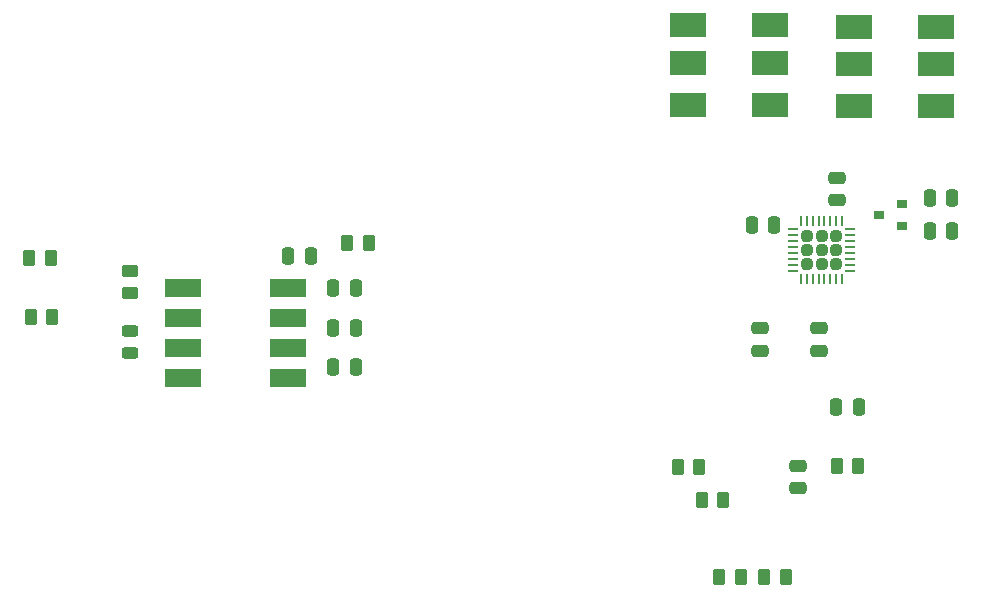
<source format=gbr>
%TF.GenerationSoftware,KiCad,Pcbnew,(6.0.1)*%
%TF.CreationDate,2022-04-22T15:57:16+02:00*%
%TF.ProjectId,BuitPCB,42756974-5043-4422-9e6b-696361645f70,rev?*%
%TF.SameCoordinates,Original*%
%TF.FileFunction,Paste,Top*%
%TF.FilePolarity,Positive*%
%FSLAX46Y46*%
G04 Gerber Fmt 4.6, Leading zero omitted, Abs format (unit mm)*
G04 Created by KiCad (PCBNEW (6.0.1)) date 2022-04-22 15:57:16*
%MOMM*%
%LPD*%
G01*
G04 APERTURE LIST*
G04 Aperture macros list*
%AMRoundRect*
0 Rectangle with rounded corners*
0 $1 Rounding radius*
0 $2 $3 $4 $5 $6 $7 $8 $9 X,Y pos of 4 corners*
0 Add a 4 corners polygon primitive as box body*
4,1,4,$2,$3,$4,$5,$6,$7,$8,$9,$2,$3,0*
0 Add four circle primitives for the rounded corners*
1,1,$1+$1,$2,$3*
1,1,$1+$1,$4,$5*
1,1,$1+$1,$6,$7*
1,1,$1+$1,$8,$9*
0 Add four rect primitives between the rounded corners*
20,1,$1+$1,$2,$3,$4,$5,0*
20,1,$1+$1,$4,$5,$6,$7,0*
20,1,$1+$1,$6,$7,$8,$9,0*
20,1,$1+$1,$8,$9,$2,$3,0*%
G04 Aperture macros list end*
%ADD10RoundRect,0.250000X-0.250000X-0.475000X0.250000X-0.475000X0.250000X0.475000X-0.250000X0.475000X0*%
%ADD11RoundRect,0.243750X-0.456250X0.243750X-0.456250X-0.243750X0.456250X-0.243750X0.456250X0.243750X0*%
%ADD12R,3.150000X2.000000*%
%ADD13RoundRect,0.250000X0.450000X-0.262500X0.450000X0.262500X-0.450000X0.262500X-0.450000X-0.262500X0*%
%ADD14RoundRect,0.250000X0.262500X0.450000X-0.262500X0.450000X-0.262500X-0.450000X0.262500X-0.450000X0*%
%ADD15R,3.100000X1.600000*%
%ADD16RoundRect,0.242500X0.242500X0.242500X-0.242500X0.242500X-0.242500X-0.242500X0.242500X-0.242500X0*%
%ADD17RoundRect,0.062500X0.337500X0.062500X-0.337500X0.062500X-0.337500X-0.062500X0.337500X-0.062500X0*%
%ADD18RoundRect,0.062500X0.062500X0.337500X-0.062500X0.337500X-0.062500X-0.337500X0.062500X-0.337500X0*%
%ADD19R,0.900000X0.800000*%
%ADD20RoundRect,0.250000X0.475000X-0.250000X0.475000X0.250000X-0.475000X0.250000X-0.475000X-0.250000X0*%
%ADD21RoundRect,0.250000X-0.475000X0.250000X-0.475000X-0.250000X0.475000X-0.250000X0.475000X0.250000X0*%
%ADD22RoundRect,0.250000X-0.262500X-0.450000X0.262500X-0.450000X0.262500X0.450000X-0.262500X0.450000X0*%
%ADD23RoundRect,0.250000X0.250000X0.475000X-0.250000X0.475000X-0.250000X-0.475000X0.250000X-0.475000X0*%
G04 APERTURE END LIST*
D10*
%TO.C,C1*%
X141637000Y-72234000D03*
X143537000Y-72234000D03*
%TD*%
%TO.C,C2*%
X195961000Y-70104000D03*
X197861000Y-70104000D03*
%TD*%
%TO.C,C3*%
X195961000Y-67310000D03*
X197861000Y-67310000D03*
%TD*%
D11*
%TO.C,D1*%
X128270000Y-78564500D03*
X128270000Y-80439500D03*
%TD*%
D12*
%TO.C,J4*%
X182475000Y-55876000D03*
X175525000Y-55876000D03*
X182475000Y-52676000D03*
X175525000Y-52676000D03*
X175525000Y-59376000D03*
X182475000Y-59376000D03*
%TD*%
D13*
%TO.C,R1*%
X128270000Y-75334500D03*
X128270000Y-73509500D03*
%TD*%
D14*
%TO.C,R3*%
X121562500Y-72390000D03*
X119737500Y-72390000D03*
%TD*%
D15*
%TO.C,U2*%
X132715000Y-74930000D03*
X132715000Y-77470000D03*
X132715000Y-80010000D03*
X132715000Y-82550000D03*
X141605000Y-82550000D03*
X141605000Y-80010000D03*
X141605000Y-77470000D03*
X141605000Y-74930000D03*
%TD*%
D16*
%TO.C,U4*%
X188000000Y-71700000D03*
X186800000Y-70500000D03*
X185600000Y-72900000D03*
X185600000Y-71700000D03*
X186800000Y-72900000D03*
X188000000Y-70500000D03*
X188000000Y-72900000D03*
X185600000Y-70500000D03*
X186800000Y-71700000D03*
D17*
X189250000Y-73450000D03*
X189250000Y-72950000D03*
X189250000Y-72450000D03*
X189250000Y-71950000D03*
X189250000Y-71450000D03*
X189250000Y-70950000D03*
X189250000Y-70450000D03*
X189250000Y-69950000D03*
D18*
X188550000Y-69250000D03*
X188050000Y-69250000D03*
X187550000Y-69250000D03*
X187050000Y-69250000D03*
X186550000Y-69250000D03*
X186050000Y-69250000D03*
X185550000Y-69250000D03*
X185050000Y-69250000D03*
D17*
X184350000Y-69950000D03*
X184350000Y-70450000D03*
X184350000Y-70950000D03*
X184350000Y-71450000D03*
X184350000Y-71950000D03*
X184350000Y-72450000D03*
X184350000Y-72950000D03*
X184350000Y-73450000D03*
D18*
X185050000Y-74150000D03*
X185550000Y-74150000D03*
X186050000Y-74150000D03*
X186550000Y-74150000D03*
X187050000Y-74150000D03*
X187550000Y-74150000D03*
X188050000Y-74150000D03*
X188550000Y-74150000D03*
%TD*%
D19*
%TO.C,U3*%
X193643000Y-69657000D03*
X193643000Y-67757000D03*
X191643000Y-68707000D03*
%TD*%
D20*
%TO.C,C4*%
X186595600Y-80220200D03*
X186595600Y-78320200D03*
%TD*%
%TO.C,C7*%
X181595600Y-80220200D03*
X181595600Y-78320200D03*
%TD*%
D21*
%TO.C,C8*%
X188087000Y-65598000D03*
X188087000Y-67498000D03*
%TD*%
D10*
%TO.C,C9*%
X180888600Y-69596000D03*
X182788600Y-69596000D03*
%TD*%
D21*
%TO.C,C11*%
X184835800Y-89982000D03*
X184835800Y-91882000D03*
%TD*%
D22*
%TO.C,R14*%
X188087500Y-90000000D03*
X189912500Y-90000000D03*
%TD*%
D14*
%TO.C,R4*%
X148486500Y-71120000D03*
X146661500Y-71120000D03*
%TD*%
D12*
%TO.C,J6*%
X189525000Y-55968000D03*
X196475000Y-55968000D03*
X189525000Y-52768000D03*
X196475000Y-52768000D03*
X196475000Y-59468000D03*
X189525000Y-59468000D03*
%TD*%
D10*
%TO.C,C10*%
X188050000Y-85000000D03*
X189950000Y-85000000D03*
%TD*%
D14*
%TO.C,R2*%
X121689500Y-77343000D03*
X119864500Y-77343000D03*
%TD*%
D23*
%TO.C,C6*%
X147347000Y-74901000D03*
X145447000Y-74901000D03*
%TD*%
D22*
%TO.C,R6*%
X174620200Y-90064800D03*
X176445200Y-90064800D03*
%TD*%
D23*
%TO.C,C12*%
X147347000Y-78330000D03*
X145447000Y-78330000D03*
%TD*%
D14*
%TO.C,R8*%
X183758500Y-99412000D03*
X181933500Y-99412000D03*
%TD*%
D23*
%TO.C,C5*%
X147347000Y-81632000D03*
X145447000Y-81632000D03*
%TD*%
D22*
%TO.C,R7*%
X178157500Y-99412000D03*
X179982500Y-99412000D03*
%TD*%
D14*
%TO.C,R5*%
X178473400Y-92858800D03*
X176648400Y-92858800D03*
%TD*%
M02*

</source>
